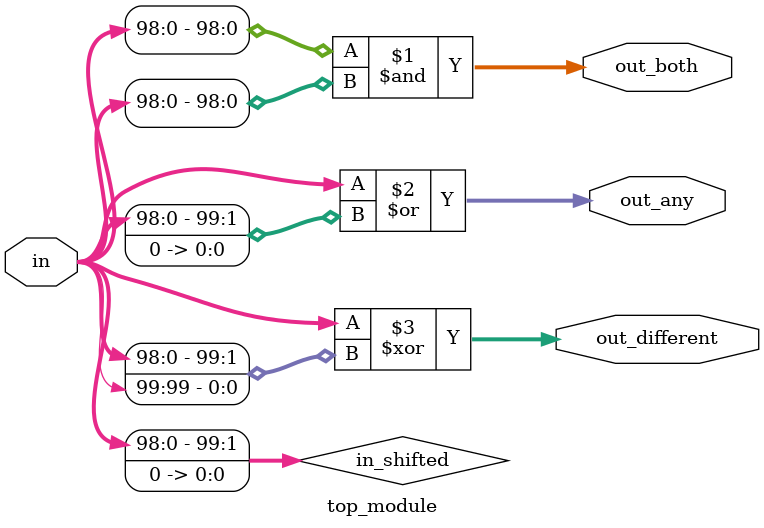
<source format=sv>
module top_module (
    input [99:0] in,
    output [98:0] out_both,
    output [99:0] out_any,
    output [99:0] out_different
);

    // Shift the input signal by one bit to the right
    wire [99:0] in_shifted;
    assign in_shifted = {in[98:0], 1'b0};

    // Generate the out_both signal
    assign out_both = in[98:0] & in_shifted[99:1];

    // Generate the out_any signal
    assign out_any = in | {in[98:0], 1'b0};

    // Generate the out_different signal
    assign out_different = in ^ {in[98:0], in[99]};

endmodule

</source>
